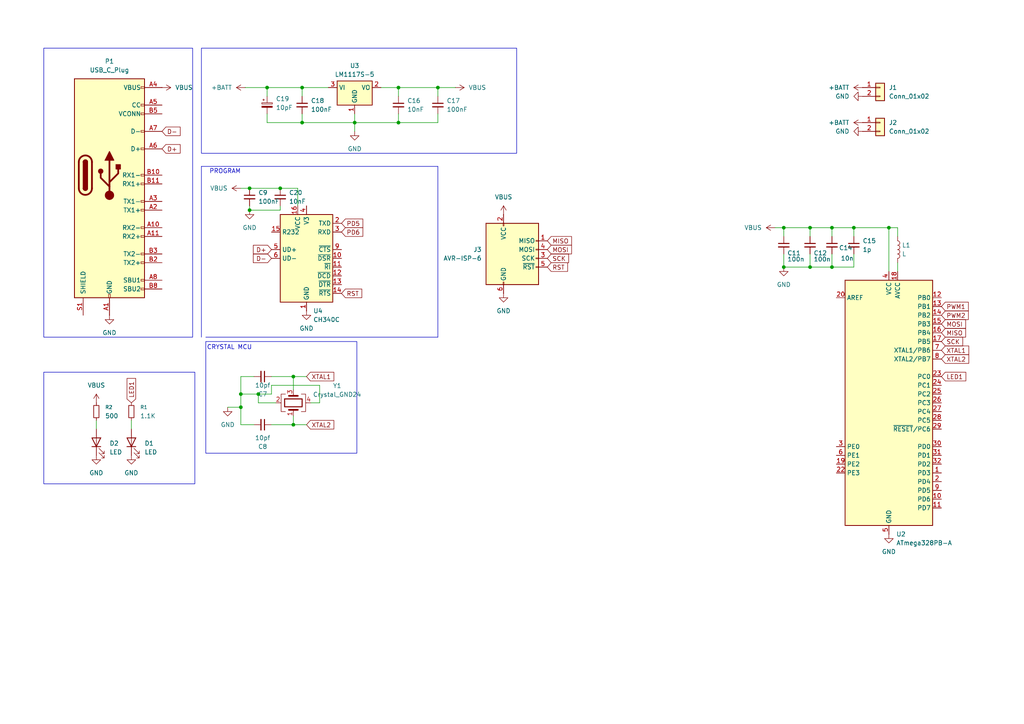
<source format=kicad_sch>
(kicad_sch (version 20250114) (generator "eeschema") (generator_version "9.0")
  (paper "A4")
  (lib_symbols
    (symbol "Connector:AVR-ISP-6" (pin_names (offset 1.016))
      (property "Reference" "J" (at -6.35 11.43 0))
      (property "Value" "AVR-ISP-6" (at 0 11.43 0))
      (symbol "AVR-ISP-6_0_1"
        (rectangle (start -2.667 10.16) (end -2.413 9.398))
        (rectangle (start -2.667 -6.858) (end -2.413 -7.62))
        (rectangle (start 7.62 10.16) (end -7.62 -7.62) (stroke (width 0.254)) (fill (type background)))
        (rectangle (start 7.62 5.207) (end 6.858 4.953))
        (rectangle (start 7.62 2.667) (end 6.858 2.413))
        (rectangle (start 7.62 0.127) (end 6.858 -0.127))
        (rectangle (start 7.62 -2.413) (end 6.858 -2.667))
      )
      (symbol "AVR-ISP-6_1_1"
        (pin passive line (at -2.54 12.7 270) (length 2.54) (name "VCC") (number "2"))
        (pin passive line (at -2.54 -10.16 90) (length 2.54) (name "GND") (number "6"))
        (pin passive line (at 10.16 5.08 180) (length 2.54) (name "MISO") (number "1"))
        (pin passive line (at 10.16 2.54 180) (length 2.54) (name "MOSI") (number "4"))
        (pin passive line (at 10.16 0 180) (length 2.54) (name "SCK") (number "3"))
        (pin passive line (at 10.16 -2.54 180) (length 2.54) (name "~{RST}") (number "5"))
      )
    )
    (symbol "Connector:USB_C_Plug" (pin_names (offset 1.016))
      (property "Reference" "P" (at -10.16 29.21 0))
      (property "Value" "USB_C_Plug" (at 10.16 29.21 0))
      (symbol "USB_C_Plug_0_0"
        (rectangle (start -0.254 -35.56) (end 0.254 -34.544))
        (rectangle (start 10.16 25.654) (end 9.144 25.146))
        (rectangle (start 10.16 20.574) (end 9.144 20.066))
        (rectangle (start 10.16 18.034) (end 9.144 17.526))
        (rectangle (start 10.16 12.954) (end 9.144 12.446))
        (rectangle (start 10.16 7.874) (end 9.144 7.366))
        (rectangle (start 10.16 0.254) (end 9.144 -0.254))
        (rectangle (start 10.16 -2.286) (end 9.144 -2.794))
        (rectangle (start 10.16 -7.366) (end 9.144 -7.874))
        (rectangle (start 10.16 -9.906) (end 9.144 -10.414))
        (rectangle (start 10.16 -14.986) (end 9.144 -15.494))
        (rectangle (start 10.16 -17.526) (end 9.144 -18.034))
        (rectangle (start 10.16 -22.606) (end 9.144 -23.114))
        (rectangle (start 10.16 -25.146) (end 9.144 -25.654))
        (rectangle (start 10.16 -30.226) (end 9.144 -30.734))
        (rectangle (start 10.16 -32.766) (end 9.144 -33.274))
      )
      (symbol "USB_C_Plug_0_1"
        (rectangle (start -10.16 27.94) (end 10.16 -35.56) (stroke (width 0.254)) (fill (type background)))
        (polyline (pts (xy -8.89 -3.81) (xy -8.89 3.81)) (stroke (width 0.508)))
        (rectangle (start -7.62 -3.81) (end -6.35 3.81) (stroke (width 0.254)) (fill (type outline)))
        (arc (start -7.62 3.81) (mid -6.985 4.4423) (end -6.35 3.81) (stroke (width 0.254)))
        (arc (start -7.62 3.81) (mid -6.985 4.4423) (end -6.35 3.81) (stroke (width 0.254)) (fill (type outline)))
        (arc (start -8.89 3.81) (mid -6.985 5.7067) (end -5.08 3.81) (stroke (width 0.508)))
        (arc (start -5.08 -3.81) (mid -6.985 -5.7067) (end -8.89 -3.81) (stroke (width 0.508)))
        (arc (start -6.35 -3.81) (mid -6.985 -4.4423) (end -7.62 -3.81) (stroke (width 0.254)))
        (arc (start -6.35 -3.81) (mid -6.985 -4.4423) (end -7.62 -3.81) (stroke (width 0.254)) (fill (type outline)))
        (polyline (pts (xy -5.08 3.81) (xy -5.08 -3.81)) (stroke (width 0.508)))
      )
      (symbol "USB_C_Plug_1_1"
        (circle (center -2.54 1.143) (radius 0.635) (stroke (width 0.254)) (fill (type outline)))
        (polyline (pts (xy -1.27 4.318) (xy 0 6.858) (xy 1.27 4.318) (xy -1.27 4.318)) (stroke (width 0.254)) (fill (type outline)))
        (polyline (pts (xy 0 -2.032) (xy 2.54 0.508) (xy 2.54 1.778)) (stroke (width 0.508)))
        (polyline (pts (xy 0 -3.302) (xy -2.54 -0.762) (xy -2.54 0.508)) (stroke (width 0.508)))
        (polyline (pts (xy 0 -5.842) (xy 0 4.318)) (stroke (width 0.508)))
        (circle (center 0 -5.842) (radius 1.27) (fill (type outline)))
        (rectangle (start 1.905 1.778) (end 3.175 3.048) (stroke (width 0.254)) (fill (type outline)))
        (pin passive line (at -7.62 -40.64 90) (length 5.08) (name "SHIELD") (number "S1"))
        (pin passive line (at 0 -40.64 90) (length 5.08) (name "GND") (number "A1"))
        (pin passive line (at 0 -40.64 90) (length 5.08) (hide yes) (name "GND") (number "A12"))
        (pin passive line (at 0 -40.64 90) (length 5.08) (hide yes) (name "GND") (number "B1"))
        (pin passive line (at 0 -40.64 90) (length 5.08) (hide yes) (name "GND") (number "B12"))
        (pin passive line (at 15.24 25.4 180) (length 5.08) (name "VBUS") (number "A4"))
        (pin passive line (at 15.24 25.4 180) (length 5.08) (hide yes) (name "VBUS") (number "A9"))
        (pin passive line (at 15.24 25.4 180) (length 5.08) (hide yes) (name "VBUS") (number "B4"))
        (pin passive line (at 15.24 25.4 180) (length 5.08) (hide yes) (name "VBUS") (number "B9"))
        (pin bidirectional line (at 15.24 20.32 180) (length 5.08) (name "CC") (number "A5"))
        (pin bidirectional line (at 15.24 17.78 180) (length 5.08) (name "VCONN") (number "B5"))
        (pin bidirectional line (at 15.24 12.7 180) (length 5.08) (name "D-") (number "A7"))
        (pin bidirectional line (at 15.24 7.62 180) (length 5.08) (name "D+") (number "A6"))
        (pin bidirectional line (at 15.24 0 180) (length 5.08) (name "RX1-") (number "B10"))
        (pin bidirectional line (at 15.24 -2.54 180) (length 5.08) (name "RX1+") (number "B11"))
        (pin bidirectional line (at 15.24 -7.62 180) (length 5.08) (name "TX1-") (number "A3"))
        (pin bidirectional line (at 15.24 -10.16 180) (length 5.08) (name "TX1+") (number "A2"))
        (pin bidirectional line (at 15.24 -15.24 180) (length 5.08) (name "RX2-") (number "A10"))
        (pin bidirectional line (at 15.24 -17.78 180) (length 5.08) (name "RX2+") (number "A11"))
        (pin bidirectional line (at 15.24 -22.86 180) (length 5.08) (name "TX2-") (number "B3"))
        (pin bidirectional line (at 15.24 -25.4 180) (length 5.08) (name "TX2+") (number "B2"))
        (pin bidirectional line (at 15.24 -30.48 180) (length 5.08) (name "SBU1") (number "A8"))
        (pin bidirectional line (at 15.24 -33.02 180) (length 5.08) (name "SBU2") (number "B8"))
      )
    )
    (symbol "Connector_Generic:Conn_01x02" (pin_names (offset 1.016) (hide yes))
      (property "Reference" "J" (at 0 2.54 0))
      (property "Value" "Conn_01x02" (at 0 -5.08 0))
      (symbol "Conn_01x02_1_1"
        (rectangle (start -1.27 1.27) (end 1.27 -3.81) (stroke (width 0.254)) (fill (type background)))
        (rectangle (start -1.27 0.127) (end 0 -0.127) (stroke (width 0.1524)))
        (rectangle (start -1.27 -2.413) (end 0 -2.667) (stroke (width 0.1524)))
        (pin passive line (at -5.08 0 0) (length 3.81) (name "Pin_1") (number "1"))
        (pin passive line (at -5.08 -2.54 0) (length 3.81) (name "Pin_2") (number "2"))
      )
    )
    (symbol "Device:C_Polarized_Small" (pin_numbers (hide yes)) (pin_names (offset 0.254) (hide yes))
      (property "Reference" "C" (at 0.254 1.778 0))
      (property "Value" "C_Polarized_Small" (at 0.254 -2.032 0))
      (symbol "C_Polarized_Small_0_1"
        (rectangle (start -1.524 0.6858) (end 1.524 0.3048))
        (rectangle (start -1.524 -0.3048) (end 1.524 -0.6858) (fill (type outline)))
        (polyline (pts (xy -1.27 1.524) (xy -0.762 1.524)))
        (polyline (pts (xy -1.016 1.27) (xy -1.016 1.778)))
      )
      (symbol "C_Polarized_Small_1_1"
        (pin passive line (at 0 2.54 270) (length 1.8542) (name "~") (number "1"))
        (pin passive line (at 0 -2.54 90) (length 1.8542) (name "~") (number "2"))
      )
    )
    (symbol "Device:C_Small" (pin_numbers (hide yes)) (pin_names (offset 0.254) (hide yes))
      (property "Reference" "C" (at 0.254 1.778 0))
      (property "Value" "C_Small" (at 0.254 -2.032 0))
      (symbol "C_Small_0_1"
        (polyline (pts (xy -1.524 0.508) (xy 1.524 0.508)) (stroke (width 0.3048)))
        (polyline (pts (xy -1.524 -0.508) (xy 1.524 -0.508)) (stroke (width 0.3302)))
      )
      (symbol "C_Small_1_1"
        (pin passive line (at 0 2.54 270) (length 2.032) (name "~") (number "1"))
        (pin passive line (at 0 -2.54 90) (length 2.032) (name "~") (number "2"))
      )
    )
    (symbol "Device:Crystal_GND24" (pin_names (offset 1.016) (hide yes))
      (property "Reference" "Y" (at 3.175 5.08 0))
      (property "Value" "Crystal_GND24" (at 3.175 3.175 0))
      (symbol "Crystal_GND24_0_1"
        (polyline (pts (xy -2.54 2.286) (xy -2.54 3.556) (xy 2.54 3.556) (xy 2.54 2.286)))
        (polyline (pts (xy -2.54 0) (xy -2.032 0)))
        (polyline (pts (xy -2.54 -2.286) (xy -2.54 -3.556) (xy 2.54 -3.556) (xy 2.54 -2.286)))
        (polyline (pts (xy -2.032 -1.27) (xy -2.032 1.27)) (stroke (width 0.508)))
        (rectangle (start -1.143 2.54) (end 1.143 -2.54) (stroke (width 0.3048)))
        (polyline (pts (xy 0 3.556) (xy 0 3.81)))
        (polyline (pts (xy 0 -3.81) (xy 0 -3.556)))
        (polyline (pts (xy 2.032 0) (xy 2.54 0)))
        (polyline (pts (xy 2.032 -1.27) (xy 2.032 1.27)) (stroke (width 0.508)))
      )
      (symbol "Crystal_GND24_1_1"
        (pin passive line (at -3.81 0 0) (length 1.27) (name "1") (number "1"))
        (pin passive line (at 0 5.08 270) (length 1.27) (name "2") (number "2"))
        (pin passive line (at 0 -5.08 90) (length 1.27) (name "4") (number "4"))
        (pin passive line (at 3.81 0 180) (length 1.27) (name "3") (number "3"))
      )
    )
    (symbol "Device:L" (pin_numbers (hide yes)) (pin_names (offset 1.016) (hide yes))
      (property "Reference" "L" (at -1.27 0 90))
      (property "Value" "L" (at 1.905 0 90))
      (symbol "L_0_1"
        (arc (start 0 2.54) (mid 0.6323 1.905) (end 0 1.27))
        (arc (start 0 1.27) (mid 0.6323 0.635) (end 0 0))
        (arc (start 0 0) (mid 0.6323 -0.635) (end 0 -1.27))
        (arc (start 0 -1.27) (mid 0.6323 -1.905) (end 0 -2.54))
      )
      (symbol "L_1_1"
        (pin passive line (at 0 3.81 270) (length 1.27) (name "1") (number "1"))
        (pin passive line (at 0 -3.81 90) (length 1.27) (name "2") (number "2"))
      )
    )
    (symbol "Device:LED" (pin_numbers (hide yes)) (pin_names (offset 1.016) (hide yes))
      (property "Reference" "D" (at 0 2.54 0))
      (property "Value" "LED" (at 0 -2.54 0))
      (symbol "LED_0_1"
        (polyline (pts (xy -3.048 -0.762) (xy -4.572 -2.286) (xy -3.81 -2.286) (xy -4.572 -2.286) (xy -4.572 -1.524)))
        (polyline (pts (xy -1.778 -0.762) (xy -3.302 -2.286) (xy -2.54 -2.286) (xy -3.302 -2.286) (xy -3.302 -1.524)))
        (polyline (pts (xy -1.27 0) (xy 1.27 0)))
        (polyline (pts (xy -1.27 -1.27) (xy -1.27 1.27)) (stroke (width 0.254)))
        (polyline (pts (xy 1.27 -1.27) (xy 1.27 1.27) (xy -1.27 0) (xy 1.27 -1.27)) (stroke (width 0.254)))
      )
      (symbol "LED_1_1"
        (pin passive line (at -3.81 0 0) (length 2.54) (name "K") (number "1"))
        (pin passive line (at 3.81 0 180) (length 2.54) (name "A") (number "2"))
      )
    )
    (symbol "Device:R_Small" (pin_numbers (hide yes)) (pin_names (offset 0.254) (hide yes))
      (property "Reference" "R" (at 0 0 90))
      (property "Value" "R_Small" (at 1.778 0 90))
      (symbol "R_Small_0_1"
        (rectangle (start -0.762 1.778) (end 0.762 -1.778) (stroke (width 0.2032)))
      )
      (symbol "R_Small_1_1"
        (pin passive line (at 0 2.54 270) (length 0.762) (name "~") (number "1"))
        (pin passive line (at 0 -2.54 90) (length 0.762) (name "~") (number "2"))
      )
    )
    (symbol "Interface_USB:CH340C"
      (property "Reference" "U" (at -5.08 13.97 0))
      (property "Value" "CH340C" (at 1.27 13.97 0))
      (symbol "CH340C_0_1"
        (rectangle (start -7.62 12.7) (end 7.62 -12.7) (stroke (width 0.254)) (fill (type background)))
      )
      (symbol "CH340C_1_1"
        (pin input line (at -10.16 7.62 0) (length 2.54) (name "R232") (number "15"))
        (pin bidirectional line (at -10.16 2.54 0) (length 2.54) (name "UD+") (number "5"))
        (pin bidirectional line (at -10.16 0 0) (length 2.54) (name "UD-") (number "6"))
        (pin no_connect line (at -7.62 -5.08 0) (length 2.54) (hide yes) (name "NC") (number "7"))
        (pin no_connect line (at -7.62 -7.62 0) (length 2.54) (hide yes) (name "NC") (number "8"))
        (pin power_in line (at -2.54 15.24 270) (length 2.54) (name "VCC") (number "16"))
        (pin power_out line (at 0 15.24 270) (length 2.54) (name "V3") (number "4"))
        (pin power_in line (at 0 -15.24 90) (length 2.54) (name "GND") (number "1"))
        (pin output line (at 10.16 10.16 180) (length 2.54) (name "TXD") (number "2"))
        (pin input line (at 10.16 7.62 180) (length 2.54) (name "RXD") (number "3"))
        (pin input line (at 10.16 2.54 180) (length 2.54) (name "~{CTS}") (number "9"))
        (pin input line (at 10.16 0 180) (length 2.54) (name "~{DSR}") (number "10"))
        (pin input line (at 10.16 -2.54 180) (length 2.54) (name "~{RI}") (number "11"))
        (pin input line (at 10.16 -5.08 180) (length 2.54) (name "~{DCD}") (number "12"))
        (pin output line (at 10.16 -7.62 180) (length 2.54) (name "~{DTR}") (number "13"))
        (pin output line (at 10.16 -10.16 180) (length 2.54) (name "~{RTS}") (number "14"))
      )
    )
    (symbol "MCU_Microchip_ATmega:ATmega328PB-A"
      (property "Reference" "U" (at -12.7 36.83 0))
      (property "Value" "ATmega328PB-A" (at 2.54 -36.83 0))
      (symbol "ATmega328PB-A_0_1"
        (rectangle (start -12.7 -35.56) (end 12.7 35.56) (stroke (width 0.254)) (fill (type background)))
      )
      (symbol "ATmega328PB-A_1_1"
        (pin passive line (at -15.24 30.48 0) (length 2.54) (name "AREF") (number "20"))
        (pin bidirectional line (at -15.24 -12.7 0) (length 2.54) (name "PE0") (number "3"))
        (pin bidirectional line (at -15.24 -15.24 0) (length 2.54) (name "PE1") (number "6"))
        (pin bidirectional line (at -15.24 -17.78 0) (length 2.54) (name "PE2") (number "19"))
        (pin bidirectional line (at -15.24 -20.32 0) (length 2.54) (name "PE3") (number "22"))
        (pin power_in line (at 0 38.1 270) (length 2.54) (name "VCC") (number "4"))
        (pin passive line (at 0 -38.1 90) (length 2.54) (hide yes) (name "GND") (number "21"))
        (pin power_in line (at 0 -38.1 90) (length 2.54) (name "GND") (number "5"))
        (pin power_in line (at 2.54 38.1 270) (length 2.54) (name "AVCC") (number "18"))
        (pin bidirectional line (at 15.24 30.48 180) (length 2.54) (name "PB0") (number "12"))
        (pin bidirectional line (at 15.24 27.94 180) (length 2.54) (name "PB1") (number "13"))
        (pin bidirectional line (at 15.24 25.4 180) (length 2.54) (name "PB2") (number "14"))
        (pin bidirectional line (at 15.24 22.86 180) (length 2.54) (name "PB3") (number "15"))
        (pin bidirectional line (at 15.24 20.32 180) (length 2.54) (name "PB4") (number "16"))
        (pin bidirectional line (at 15.24 17.78 180) (length 2.54) (name "PB5") (number "17"))
        (pin bidirectional line (at 15.24 15.24 180) (length 2.54) (name "XTAL1/PB6") (number "7"))
        (pin bidirectional line (at 15.24 12.7 180) (length 2.54) (name "XTAL2/PB7") (number "8"))
        (pin bidirectional line (at 15.24 7.62 180) (length 2.54) (name "PC0") (number "23"))
        (pin bidirectional line (at 15.24 5.08 180) (length 2.54) (name "PC1") (number "24"))
        (pin bidirectional line (at 15.24 2.54 180) (length 2.54) (name "PC2") (number "25"))
        (pin bidirectional line (at 15.24 0 180) (length 2.54) (name "PC3") (number "26"))
        (pin bidirectional line (at 15.24 -2.54 180) (length 2.54) (name "PC4") (number "27"))
        (pin bidirectional line (at 15.24 -5.08 180) (length 2.54) (name "PC5") (number "28"))
        (pin bidirectional line (at 15.24 -7.62 180) (length 2.54) (name "~{RESET}/PC6") (number "29"))
        (pin bidirectional line (at 15.24 -12.7 180) (length 2.54) (name "PD0") (number "30"))
        (pin bidirectional line (at 15.24 -15.24 180) (length 2.54) (name "PD1") (number "31"))
        (pin bidirectional line (at 15.24 -17.78 180) (length 2.54) (name "PD2") (number "32"))
        (pin bidirectional line (at 15.24 -20.32 180) (length 2.54) (name "PD3") (number "1"))
        (pin bidirectional line (at 15.24 -22.86 180) (length 2.54) (name "PD4") (number "2"))
        (pin bidirectional line (at 15.24 -25.4 180) (length 2.54) (name "PD5") (number "9"))
        (pin bidirectional line (at 15.24 -27.94 180) (length 2.54) (name "PD6") (number "10"))
        (pin bidirectional line (at 15.24 -30.48 180) (length 2.54) (name "PD7") (number "11"))
      )
    )
    (symbol "Regulator_Linear:LM1117S-3.3"
      (property "Reference" "U" (at -3.81 3.175 0))
      (property "Value" "LM1117S-3.3" (at 0 3.175 0))
      (symbol "LM1117S-3.3_0_1"
        (rectangle (start -5.08 -5.08) (end 5.08 1.905) (stroke (width 0.254)) (fill (type background)))
      )
      (symbol "LM1117S-3.3_1_1"
        (pin power_in line (at -7.62 0 0) (length 2.54) (name "VI") (number "3"))
        (pin power_in line (at 0 -7.62 90) (length 2.54) (name "GND") (number "1"))
        (pin power_out line (at 7.62 0 180) (length 2.54) (name "VO") (number "2"))
      )
    )
    (symbol "power:+BATT" (power) (pin_numbers (hide yes)) (pin_names (offset 0) (hide yes))
      (property "Value" "+BATT" (at 0 3.556 0))
      (symbol "+BATT_0_1"
        (polyline (pts (xy -0.762 1.27) (xy 0 2.54)))
        (polyline (pts (xy 0 2.54) (xy 0.762 1.27)))
        (polyline (pts (xy 0 0) (xy 0 2.54)))
      )
      (symbol "+BATT_1_1"
        (pin power_in line (at 0 0 90) (length 0) (name "~") (number "1"))
      )
    )
    (symbol "power:GND" (power) (pin_numbers (hide yes)) (pin_names (offset 0) (hide yes))
      (property "Value" "GND" (at 0 -3.81 0))
      (symbol "GND_0_1"
        (polyline (pts (xy 0 0) (xy 0 -1.27) (xy 1.27 -1.27) (xy 0 -2.54) (xy -1.27 -1.27) (xy 0 -1.27)))
      )
      (symbol "GND_1_1"
        (pin power_in line (at 0 0 270) (length 0) (name "~") (number "1"))
      )
    )
    (symbol "power:VBUS" (power) (pin_numbers (hide yes)) (pin_names (offset 0) (hide yes))
      (property "Value" "VBUS" (at 0 3.556 0))
      (symbol "VBUS_0_1"
        (polyline (pts (xy -0.762 1.27) (xy 0 2.54)))
        (polyline (pts (xy 0 2.54) (xy 0.762 1.27)))
        (polyline (pts (xy 0 0) (xy 0 2.54)))
      )
      (symbol "VBUS_1_1"
        (pin power_in line (at 0 0 90) (length 0) (name "~") (number "1"))
      )
    )
  )
  (rectangle (start 12.7 107.95) (end 56.515 140.335))
  (rectangle (start 58.42 13.97) (end 149.86 44.45))
  (rectangle (start 59.69 99.06) (end 103.505 131.445))
  (rectangle (start 12.7 13.97) (end 55.88 97.79))
  (text "PROGRAM" (at 60.706 50.546 0) (effects (font (size 1.27 1.27)) (justify left bottom)))
  (text "CRYSTAL MCU" (at 66.548 100.838 0) (effects (font (size 1.27 1.27))))
  (junction (at 241.3 77.47))
  (junction (at 72.39 54.61))
  (junction (at 87.63 25.4))
  (junction (at 85.09 123.19))
  (junction (at 115.57 35.56))
  (junction (at 72.39 60.96))
  (junction (at 127 25.4))
  (junction (at 234.95 66.04))
  (junction (at 227.33 66.04))
  (junction (at 102.87 35.56))
  (junction (at 247.65 66.04))
  (junction (at 69.85 118.11))
  (junction (at 227.33 77.47))
  (junction (at 115.57 25.4))
  (junction (at 257.81 66.04))
  (junction (at 234.95 77.47))
  (junction (at 77.47 25.4))
  (junction (at 241.3 66.04))
  (junction (at 85.09 109.22))
  (junction (at 87.63 35.56))
  (junction (at 81.28 54.61))
  (junction (at 69.85 114.3))
  (junction (at 74.93 114.3))
  (wire (pts (xy 27.94 121.92) (xy 27.94 124.46)))
  (polyline (pts (xy 127 97.79) (xy 127 48.26)))
  (wire (pts (xy 224.79 66.04) (xy 227.33 66.04)))
  (wire (pts (xy 247.65 66.04) (xy 257.81 66.04)))
  (wire (pts (xy 247.65 66.04) (xy 247.65 68.58)))
  (wire (pts (xy 78.74 111.76) (xy 78.74 114.3)))
  (wire (pts (xy 38.1 121.92) (xy 38.1 124.46)))
  (wire (pts (xy 227.33 77.47) (xy 234.95 77.47)))
  (wire (pts (xy 241.3 73.66) (xy 241.3 77.47)))
  (wire (pts (xy 77.47 33.02) (xy 77.47 35.56)))
  (wire (pts (xy 115.57 25.4) (xy 115.57 27.94)))
  (wire (pts (xy 73.66 123.19) (xy 69.85 123.19)))
  (wire (pts (xy 85.09 123.19) (xy 88.9 123.19)))
  (wire (pts (xy 260.35 68.58) (xy 260.35 66.04)))
  (wire (pts (xy 81.28 54.61) (xy 86.36 54.61)))
  (wire (pts (xy 127 33.02) (xy 127 35.56)))
  (wire (pts (xy 241.3 66.04) (xy 247.65 66.04)))
  (wire (pts (xy 69.85 109.22) (xy 73.66 109.22)))
  (wire (pts (xy 110.49 25.4) (xy 115.57 25.4)))
  (wire (pts (xy 81.28 60.96) (xy 72.39 60.96)))
  (wire (pts (xy 115.57 35.56) (xy 102.87 35.56)))
  (wire (pts (xy 127 25.4) (xy 127 27.94)))
  (polyline (pts (xy 127 48.26) (xy 58.42 48.26)))
  (wire (pts (xy 87.63 27.94) (xy 87.63 25.4)))
  (wire (pts (xy 227.33 66.04) (xy 234.95 66.04)))
  (wire (pts (xy 69.85 109.22) (xy 69.85 114.3)))
  (wire (pts (xy 71.12 25.4) (xy 77.47 25.4)))
  (wire (pts (xy 115.57 35.56) (xy 127 35.56)))
  (wire (pts (xy 74.93 114.3) (xy 69.85 114.3)))
  (wire (pts (xy 78.74 114.3) (xy 74.93 114.3)))
  (wire (pts (xy 69.85 54.61) (xy 72.39 54.61)))
  (wire (pts (xy 257.81 66.04) (xy 260.35 66.04)))
  (wire (pts (xy 86.36 59.69) (xy 86.36 54.61)))
  (wire (pts (xy 69.85 123.19) (xy 69.85 118.11)))
  (wire (pts (xy 234.95 77.47) (xy 241.3 77.47)))
  (wire (pts (xy 247.65 73.66) (xy 247.65 77.47)))
  (wire (pts (xy 260.35 76.2) (xy 260.35 78.74)))
  (wire (pts (xy 227.33 66.04) (xy 227.33 68.58)))
  (wire (pts (xy 241.3 77.47) (xy 247.65 77.47)))
  (wire (pts (xy 72.39 60.96) (xy 72.39 59.69)))
  (wire (pts (xy 127 25.4) (xy 132.08 25.4)))
  (polyline (pts (xy 58.42 48.26) (xy 58.42 97.79)))
  (wire (pts (xy 234.95 66.04) (xy 234.95 68.58)))
  (wire (pts (xy 87.63 35.56) (xy 102.87 35.56)))
  (wire (pts (xy 81.28 59.69) (xy 81.28 60.96)))
  (wire (pts (xy 85.09 109.22) (xy 85.09 113.03)))
  (wire (pts (xy 69.85 118.11) (xy 66.04 118.11)))
  (wire (pts (xy 69.85 114.3) (xy 69.85 118.11)))
  (wire (pts (xy 72.39 54.61) (xy 81.28 54.61)))
  (wire (pts (xy 78.74 123.19) (xy 85.09 123.19)))
  (wire (pts (xy 87.63 25.4) (xy 95.25 25.4)))
  (wire (pts (xy 78.74 109.22) (xy 85.09 109.22)))
  (wire (pts (xy 74.93 116.84) (xy 74.93 114.3)))
  (wire (pts (xy 85.09 109.22) (xy 88.9 109.22)))
  (wire (pts (xy 234.95 66.04) (xy 241.3 66.04)))
  (wire (pts (xy 92.71 111.76) (xy 78.74 111.76)))
  (wire (pts (xy 115.57 25.4) (xy 127 25.4)))
  (wire (pts (xy 77.47 25.4) (xy 87.63 25.4)))
  (wire (pts (xy 77.47 35.56) (xy 87.63 35.56)))
  (wire (pts (xy 102.87 35.56) (xy 102.87 38.1)))
  (wire (pts (xy 115.57 33.02) (xy 115.57 35.56)))
  (wire (pts (xy 92.71 116.84) (xy 92.71 111.76)))
  (wire (pts (xy 257.81 78.74) (xy 257.81 66.04)))
  (wire (pts (xy 241.3 66.04) (xy 241.3 68.58)))
  (wire (pts (xy 87.63 33.02) (xy 87.63 35.56)))
  (wire (pts (xy 80.01 116.84) (xy 74.93 116.84)))
  (wire (pts (xy 234.95 73.66) (xy 234.95 77.47)))
  (wire (pts (xy 102.87 35.56) (xy 102.87 33.02)))
  (wire (pts (xy 77.47 27.94) (xy 77.47 25.4)))
  (wire (pts (xy 90.17 116.84) (xy 92.71 116.84)))
  (wire (pts (xy 227.33 73.66) (xy 227.33 77.47)))
  (polyline (pts (xy 59.69 97.79) (xy 127 97.79)))
  (wire (pts (xy 85.09 120.65) (xy 85.09 123.19)))
  (global_label "PD5" (shape input) (at 99.06 64.77 0) (property "Intersheetrefs" "${INTERSHEET_REFS}" (effects (hide yes))))
  (global_label "RST" (shape input) (at 158.75 77.47 0) (property "Intersheetrefs" "${INTERSHEET_REFS}" (effects (hide yes))))
  (global_label "D-" (shape input) (at 78.74 74.93 180) (property "Intersheetrefs" "${INTERSHEET_REFS}" (effects (hide yes))))
  (global_label "XTAL1" (shape input) (at 273.05 101.6 0) (property "Intersheetrefs" "${INTERSHEET_REFS}" (effects (hide yes))))
  (global_label "MOSI" (shape input) (at 158.75 72.39 0) (property "Intersheetrefs" "${INTERSHEET_REFS}" (effects (hide yes))))
  (global_label "MOSI" (shape input) (at 273.05 93.98 0) (property "Intersheetrefs" "${INTERSHEET_REFS}" (effects (hide yes))))
  (global_label "PD6" (shape input) (at 99.06 67.31 0) (property "Intersheetrefs" "${INTERSHEET_REFS}" (effects (hide yes))))
  (global_label "XTAL1" (shape input) (at 88.9 109.22 0) (property "Intersheetrefs" "${INTERSHEET_REFS}" (effects (hide yes))))
  (global_label "MISO" (shape input) (at 158.75 69.85 0) (property "Intersheetrefs" "${INTERSHEET_REFS}" (effects (hide yes))))
  (global_label "D-" (shape input) (at 46.99 38.1 0) (property "Intersheetrefs" "${INTERSHEET_REFS}" (effects (hide yes))))
  (global_label "D+" (shape input) (at 78.74 72.39 180) (property "Intersheetrefs" "${INTERSHEET_REFS}" (effects (hide yes))))
  (global_label "SCK" (shape input) (at 158.75 74.93 0) (property "Intersheetrefs" "${INTERSHEET_REFS}" (effects (hide yes))))
  (global_label "XTAL2" (shape input) (at 273.05 104.14 0) (property "Intersheetrefs" "${INTERSHEET_REFS}" (effects (hide yes))))
  (global_label "D+" (shape input) (at 46.99 43.18 0) (property "Intersheetrefs" "${INTERSHEET_REFS}" (effects (hide yes))))
  (global_label "LED1" (shape input) (at 273.05 109.22 0) (property "Intersheetrefs" "${INTERSHEET_REFS}" (effects (hide yes))))
  (global_label "SCK" (shape input) (at 273.05 99.06 0) (property "Intersheetrefs" "${INTERSHEET_REFS}" (effects (hide yes))))
  (global_label "MISO" (shape input) (at 273.05 96.52 0) (property "Intersheetrefs" "${INTERSHEET_REFS}" (effects (hide yes))))
  (global_label "PWM1" (shape input) (at 273.05 88.9 0) (property "Intersheetrefs" "${INTERSHEET_REFS}" (effects (hide yes))))
  (global_label "XTAL2" (shape input) (at 88.9 123.19 0) (property "Intersheetrefs" "${INTERSHEET_REFS}" (effects (hide yes))))
  (global_label "LED1" (shape input) (at 38.1 116.84 90) (property "Intersheetrefs" "${INTERSHEET_REFS}" (effects (hide yes))))
  (global_label "RST" (shape input) (at 99.06 85.09 0) (property "Intersheetrefs" "${INTERSHEET_REFS}" (effects (hide yes))))
  (global_label "PWM2" (shape input) (at 273.05 91.44 0) (property "Intersheetrefs" "${INTERSHEET_REFS}" (effects (hide yes))))
  (symbol (lib_id "power:GND") (at 250.19 38.1 270) (unit 1)
    (property "Reference" "#PWR015" (effects (hide yes)))
    (property "Value" "GND" (at 246.38 38.0999 90) (effects (justify right)))
    (property "Description" "Power symbol creates a global label with name \"GND\" , ground" (effects (hide yes)))
  )
  (symbol (lib_id "power:GND") (at 102.87 38.1 0) (unit 1)
    (property "Reference" "#PWR0101" (effects (hide yes)))
    (property "Value" "GND" (at 102.87 43.18 0))
    (property "Description" "Power symbol creates a global label with name \"GND\" , ground" (effects (hide yes)))
  )
  (symbol (lib_id "Device:C_Small") (at 81.28 57.15 0) (unit 1)
    (property "Reference" "C20" (at 83.82 55.8862 0) (effects (justify left)))
    (property "Value" "10nF" (at 83.82 58.4262 0) (effects (justify left)))
    (property "Footprint" "Capacitor_SMD:C_0603_1608Metric" (effects (hide yes)))
    (property "Description" "Unpolarized capacitor, small symbol" (effects (hide yes)))
  )
  (symbol (lib_id "Connector:USB_C_Plug") (at 31.75 50.8 0) (unit 1)
    (property "Reference" "P1" (at 31.75 17.78 0))
    (property "Value" "USB_C_Plug" (at 31.75 20.32 0))
    (property "Footprint" "Connector_USB:USB_C_Receptacle_GCT_USB4105-xx-A_16P_TopMnt_Horizontal" (effects (hide yes)))
    (property "Datasheet" "https://www.usb.org/sites/default/files/documents/usb_type-c.zip" (effects (hide yes)))
    (property "Description" "USB Type-C Plug connector" (effects (hide yes)))
  )
  (symbol (lib_id "power:GND") (at 257.81 154.94 0) (unit 1)
    (property "Reference" "#PWR02" (effects (hide yes)))
    (property "Value" "GND" (at 257.81 160.02 0))
    (property "Description" "Power symbol creates a global label with name \"GND\" , ground" (effects (hide yes)))
  )
  (symbol (lib_id "Device:C_Small") (at 247.65 71.12 0) (unit 1)
    (property "Reference" "C15" (at 250.19 69.8562 0) (effects (justify left)))
    (property "Value" "1p" (at 250.19 72.3962 0) (effects (justify left)))
    (property "Footprint" "Capacitor_SMD:C_0603_1608Metric" (effects (hide yes)))
    (property "Description" "Unpolarized capacitor, small symbol" (effects (hide yes)))
  )
  (symbol (lib_id "Device:C_Small") (at 87.63 30.48 0) (unit 1)
    (property "Reference" "C18" (at 90.17 29.2162 0) (effects (justify left)))
    (property "Value" "100nF" (at 90.17 31.7562 0) (effects (justify left)))
    (property "Footprint" "Capacitor_SMD:C_0603_1608Metric" (effects (hide yes)))
    (property "Description" "Unpolarized capacitor, small symbol" (effects (hide yes)))
  )
  (symbol (lib_id "power:GND") (at 250.19 27.94 270) (unit 1)
    (property "Reference" "#PWR014" (effects (hide yes)))
    (property "Value" "GND" (at 246.38 27.9399 90) (effects (justify right)))
    (property "Description" "Power symbol creates a global label with name \"GND\" , ground" (effects (hide yes)))
  )
  (symbol (lib_id "power:GND") (at 88.9 90.17 0) (unit 1)
    (property "Reference" "#PWR019" (effects (hide yes)))
    (property "Value" "GND" (at 88.9 95.25 0))
  )
  (symbol (lib_id "Device:Crystal_GND24") (at 85.09 116.84 90) (unit 1)
    (property "Reference" "Y1" (at 97.79 111.8868 90))
    (property "Value" "Crystal_GND24" (at 97.79 114.4268 90))
    (property "Footprint" "Crystal:Crystal_SMD_3225-4Pin_3.2x2.5mm" (effects (hide yes)))
    (property "Description" "Four pin crystal, GND on pins 2 and 4" (effects (hide yes)))
  )
  (symbol (lib_id "MCU_Microchip_ATmega:ATmega328PB-A") (at 257.81 116.84 0) (unit 1)
    (property "Reference" "U2" (at 259.9533 154.94 0) (effects (justify left)))
    (property "Value" "ATmega328PB-A" (at 259.9533 157.48 0) (effects (justify left)))
    (property "Footprint" "Package_QFP:TQFP-32_7x7mm_P0.8mm" (effects (hide yes)))
    (property "Datasheet" "http://ww1.microchip.com/downloads/en/DeviceDoc/40001906C.pdf" (effects (hide yes)))
    (property "Description" "20MHz, 32kB Flash, 2kB SRAM, 1kB EEPROM, TQFP-32" (effects (hide yes)))
  )
  (symbol (lib_id "power:VBUS") (at 224.79 66.04 90) (unit 1)
    (property "Reference" "#PWR013" (effects (hide yes)))
    (property "Value" "VBUS" (at 220.98 66.0399 90) (effects (justify left)))
    (property "Description" "Power symbol creates a global label with name \"VBUS\"" (effects (hide yes)))
  )
  (symbol (lib_id "power:GND") (at 31.75 91.44 0) (unit 1)
    (property "Reference" "#PWR04" (effects (hide yes)))
    (property "Value" "GND" (at 31.75 96.52 0))
    (property "Description" "Power symbol creates a global label with name \"GND\" , ground" (effects (hide yes)))
  )
  (symbol (lib_id "Device:C_Small") (at 127 30.48 0) (unit 1)
    (property "Reference" "C17" (at 129.54 29.2162 0) (effects (justify left)))
    (property "Value" "100nF" (at 129.54 31.7562 0) (effects (justify left)))
    (property "Footprint" "Capacitor_SMD:C_0603_1608Metric" (effects (hide yes)))
    (property "Description" "Unpolarized capacitor, small symbol" (effects (hide yes)))
  )
  (symbol (lib_id "power:VBUS") (at 146.05 62.23 0) (unit 1)
    (property "Reference" "#PWR016" (effects (hide yes)))
    (property "Value" "VBUS" (at 146.05 57.15 0))
    (property "Description" "Power symbol creates a global label with name \"VBUS\"" (effects (hide yes)))
  )
  (symbol (lib_id "power:VBUS") (at 46.99 25.4 270) (unit 1)
    (property "Reference" "#PWR03" (effects (hide yes)))
    (property "Value" "VBUS" (at 50.8 25.3999 90) (effects (justify left)))
    (property "Description" "Power symbol creates a global label with name \"VBUS\"" (effects (hide yes)))
  )
  (symbol (lib_id "Regulator_Linear:LM1117S-3.3") (at 102.87 25.4 0) (unit 1)
    (property "Reference" "U3" (at 102.87 19.05 0))
    (property "Value" "LM1117S-5" (at 102.87 21.59 0))
    (property "Footprint" "Package_TO_SOT_SMD:SOT-223-3_TabPin2" (effects (hide yes)))
    (property "Datasheet" "http://www.ti.com/lit/ds/symlink/lm1117.pdf" (effects (hide yes)))
    (property "Description" "800mA Low-Dropout Linear Regulator, 3.3V fixed output, TO-263" (effects (hide yes)))
  )
  (symbol (lib_id "Device:C_Small") (at 76.2 109.22 270) (unit 1)
    (property "Reference" "C7" (at 76.2 114.3 90))
    (property "Value" "10pf" (at 76.2 111.76 90))
    (property "Footprint" "Capacitor_SMD:C_0603_1608Metric" (effects (hide yes)))
    (property "LCSC" "C106245" (effects (hide yes)))
  )
  (symbol (lib_id "Device:C_Small") (at 76.2 123.19 270) (unit 1)
    (property "Reference" "C8" (at 76.1937 129.54 90))
    (property "Value" "10pf" (at 76.1937 127 90))
    (property "Footprint" "Capacitor_SMD:C_0603_1608Metric" (effects (hide yes)))
    (property "LCSC" "C106245" (effects (hide yes)))
  )
  (symbol (lib_id "power:+BATT") (at 250.19 35.56 90) (unit 1)
    (property "Reference" "#PWR07" (effects (hide yes)))
    (property "Value" "+BATT" (at 246.38 35.5599 90) (effects (justify left)))
    (property "Description" "Power symbol creates a global label with name \"+BATT\"" (effects (hide yes)))
  )
  (symbol (lib_id "power:VBUS") (at 69.85 54.61 90) (unit 1)
    (property "Reference" "#PWR06" (effects (hide yes)))
    (property "Value" "VBUS" (at 66.04 54.6099 90) (effects (justify left)))
    (property "Description" "Power symbol creates a global label with name \"VBUS\"" (effects (hide yes)))
  )
  (symbol (lib_id "power:GND") (at 38.1 132.08 0) (unit 1)
    (property "Reference" "#PWR010" (effects (hide yes)))
    (property "Value" "GND" (at 38.1 137.16 0))
    (property "Description" "Power symbol creates a global label with name \"GND\" , ground" (effects (hide yes)))
  )
  (symbol (lib_id "power:GND") (at 146.05 85.09 0) (unit 1)
    (property "Reference" "#PWR017" (effects (hide yes)))
    (property "Value" "GND" (at 146.05 90.17 0))
  )
  (symbol (lib_id "Interface_USB:CH340C") (at 88.9 74.93 0) (unit 1)
    (property "Reference" "U4" (at 90.8559 90.17 0) (effects (justify left)))
    (property "Value" "CH340C" (at 90.8559 92.71 0) (effects (justify left)))
    (property "Footprint" "Package_SO:SOIC-16_3.9x9.9mm_P1.27mm" (effects (hide yes)))
    (property "Datasheet" "https://datasheet.lcsc.com/szlcsc/Jiangsu-Qin-Heng-CH340C_C84681.pdf" (effects (hide yes)))
  )
  (symbol (lib_id "power:GND") (at 227.33 77.47 0) (unit 1)
    (property "Reference" "#PWR01" (effects (hide yes)))
    (property "Value" "GND" (at 227.33 82.55 0))
    (property "Description" "Power symbol creates a global label with name \"GND\" , ground" (effects (hide yes)))
  )
  (symbol (lib_id "Connector_Generic:Conn_01x02") (at 255.27 35.56 0) (unit 1)
    (property "Reference" "J2" (at 257.81 35.5599 0) (effects (justify left)))
    (property "Value" "Conn_01x02" (at 257.81 38.0999 0) (effects (justify left)))
    (property "Footprint" "Connector_AMASS:AMASS_XT30U-F_1x02_P5.0mm_Vertical" (effects (hide yes)))
    (property "Description" "Generic connector, single row, 01x02, script generated (kicad-library-utils/schlib/autogen/connector/)" (effects (hide yes)))
  )
  (symbol (lib_id "power:GND") (at 66.04 118.11 0) (unit 1)
    (property "Reference" "#PWR096" (effects (hide yes)))
    (property "Value" "GND" (at 66.04 123.19 0))
  )
  (symbol (lib_id "Device:C_Small") (at 115.57 30.48 0) (unit 1)
    (property "Reference" "C16" (at 118.11 29.2162 0) (effects (justify left)))
    (property "Value" "10nF" (at 118.11 31.7562 0) (effects (justify left)))
    (property "Footprint" "Capacitor_SMD:C_0603_1608Metric" (effects (hide yes)))
    (property "Description" "Unpolarized capacitor, small symbol" (effects (hide yes)))
  )
  (symbol (lib_id "Device:R_Small") (at 38.1 119.38 0) (unit 1)
    (property "Reference" "R1" (at 40.64 118.1099 0) (effects (font (size 1.016 1.016)) (justify left)))
    (property "Value" "1.1K" (at 40.64 120.6499 0) (effects (justify left)))
    (property "Footprint" "Resistor_SMD:R_0603_1608Metric" (effects (hide yes)))
    (property "Description" "Resistor, small symbol" (effects (hide yes)))
  )
  (symbol (lib_id "power:GND") (at 27.94 132.08 0) (unit 1)
    (property "Reference" "#PWR011" (effects (hide yes)))
    (property "Value" "GND" (at 27.94 137.16 0))
    (property "Description" "Power symbol creates a global label with name \"GND\" , ground" (effects (hide yes)))
  )
  (symbol (lib_id "power:+BATT") (at 71.12 25.4 90) (unit 1)
    (property "Reference" "#PWR08" (effects (hide yes)))
    (property "Value" "+BATT" (at 67.31 25.3999 90) (effects (justify left)))
    (property "Description" "Power symbol creates a global label with name \"+BATT\"" (effects (hide yes)))
  )
  (symbol (lib_id "Device:C_Small") (at 241.3 71.12 0) (unit 1)
    (property "Reference" "C14" (at 243.332 71.882 0) (effects (justify left)))
    (property "Value" "10n" (at 243.84 74.93 0) (effects (justify left)))
    (property "Footprint" "Capacitor_SMD:C_0603_1608Metric" (effects (hide yes)))
    (property "Description" "Unpolarized capacitor, small symbol" (effects (hide yes)))
  )
  (symbol (lib_id "Connector:AVR-ISP-6") (at 148.59 74.93 0) (unit 1)
    (property "Reference" "J3" (at 139.7 72.3899 0) (effects (justify right)))
    (property "Value" "AVR-ISP-6" (at 139.7 74.9299 0) (effects (justify right)))
    (property "Footprint" "Connector_PinHeader_2.54mm:PinHeader_2x03_P2.54mm_Vertical" (effects (hide yes)))
    (property "Description" "Atmel 6-pin ISP connector" (effects (hide yes)))
  )
  (symbol (lib_id "power:VBUS") (at 27.94 116.84 0) (unit 1)
    (property "Reference" "#PWR09" (effects (hide yes)))
    (property "Value" "VBUS" (at 27.94 111.76 0))
    (property "Description" "Power symbol creates a global label with name \"VBUS\"" (effects (hide yes)))
  )
  (symbol (lib_id "power:GND") (at 72.39 60.96 0) (unit 1)
    (property "Reference" "#PWR020" (effects (hide yes)))
    (property "Value" "GND" (at 72.39 66.04 0))
    (property "Description" "Power symbol creates a global label with name \"GND\" , ground" (effects (hide yes)))
  )
  (symbol (lib_id "Device:L") (at 260.35 72.39 0) (unit 1)
    (property "Reference" "L1" (at 261.62 71.1199 0) (effects (justify left)))
    (property "Value" "L" (at 261.62 73.6599 0) (effects (justify left)))
    (property "Footprint" "Inductor_SMD:L_0603_1608Metric" (effects (hide yes)))
    (property "Description" "Inductor" (effects (hide yes)))
  )
  (symbol (lib_id "Connector_Generic:Conn_01x02") (at 255.27 25.4 0) (unit 1)
    (property "Reference" "J1" (at 257.81 25.3999 0) (effects (justify left)))
    (property "Value" "Conn_01x02" (at 257.81 27.9399 0) (effects (justify left)))
    (property "Footprint" "Connector_AMASS:AMASS_XT60-F_1x02_P7.20mm_Vertical" (effects (hide yes)))
    (property "Description" "Generic connector, single row, 01x02, script generated (kicad-library-utils/schlib/autogen/connector/)" (effects (hide yes)))
  )
  (symbol (lib_id "Device:R_Small") (at 27.94 119.38 0) (unit 1)
    (property "Reference" "R2" (at 30.48 118.1099 0) (effects (font (size 1.016 1.016)) (justify left)))
    (property "Value" "500" (at 30.48 120.6499 0) (effects (justify left)))
    (property "Footprint" "Resistor_SMD:R_0603_1608Metric" (effects (hide yes)))
    (property "Description" "Resistor, small symbol" (effects (hide yes)))
  )
  (symbol (lib_id "power:+BATT") (at 250.19 25.4 90) (unit 1)
    (property "Reference" "#PWR05" (effects (hide yes)))
    (property "Value" "+BATT" (at 246.38 25.3999 90) (effects (justify left)))
    (property "Description" "Power symbol creates a global label with name \"+BATT\"" (effects (hide yes)))
  )
  (symbol (lib_id "Device:C_Small") (at 72.39 57.15 0) (unit 1)
    (property "Reference" "C9" (at 74.93 55.8862 0) (effects (justify left)))
    (property "Value" "100nF" (at 74.93 58.4262 0) (effects (justify left)))
    (property "Footprint" "Capacitor_SMD:C_0603_1608Metric" (effects (hide yes)))
    (property "Description" "Unpolarized capacitor, small symbol" (effects (hide yes)))
  )
  (symbol (lib_id "Device:C_Polarized_Small") (at 77.47 30.48 0) (unit 1)
    (property "Reference" "C19" (at 80.01 28.6638 0) (effects (justify left)))
    (property "Value" "10pF" (at 80.01 31.2038 0) (effects (justify left)))
    (property "Footprint" "Capacitor_SMD:C_Elec_3x5.4" (effects (hide yes)))
    (property "Description" "Polarized capacitor, small symbol" (effects (hide yes)))
  )
  (symbol (lib_id "Device:C_Small") (at 227.33 71.12 0) (unit 1)
    (property "Reference" "C11" (at 228.346 73.406 0) (effects (justify left)))
    (property "Value" "100n" (at 228.346 75.184 0) (effects (justify left)))
    (property "Footprint" "Capacitor_SMD:C_0603_1608Metric" (effects (hide yes)))
    (property "Description" "Unpolarized capacitor, small symbol" (effects (hide yes)))
  )
  (symbol (lib_id "power:VBUS") (at 132.08 25.4 270) (unit 1)
    (property "Reference" "#PWR012" (effects (hide yes)))
    (property "Value" "VBUS" (at 135.89 25.3999 90) (effects (justify left)))
    (property "Description" "Power symbol creates a global label with name \"VBUS\"" (effects (hide yes)))
  )
  (symbol (lib_id "Device:LED") (at 38.1 128.27 90) (unit 1)
    (property "Reference" "D1" (at 41.91 128.5874 90) (effects (justify right)))
    (property "Value" "LED" (at 41.91 131.1274 90) (effects (justify right)))
    (property "Footprint" "LED_SMD:LED_0603_1608Metric" (effects (hide yes)))
    (property "Description" "Light emitting diode" (effects (hide yes)))
    (property "Sim.Pins" "1=K 2=A" (effects (hide yes)))
  )
  (symbol (lib_id "Device:C_Small") (at 234.95 71.12 0) (unit 1)
    (property "Reference" "C12" (at 235.966 73.406 0) (effects (justify left)))
    (property "Value" "100n" (at 235.966 75.184 0) (effects (justify left)))
    (property "Footprint" "Capacitor_SMD:C_0603_1608Metric" (effects (hide yes)))
    (property "Description" "Unpolarized capacitor, small symbol" (effects (hide yes)))
  )
  (symbol (lib_id "Device:LED") (at 27.94 128.27 90) (unit 1)
    (property "Reference" "D2" (at 31.75 128.5874 90) (effects (justify right)))
    (property "Value" "LED" (at 31.75 131.1274 90) (effects (justify right)))
    (property "Footprint" "LED_SMD:LED_0603_1608Metric" (effects (hide yes)))
    (property "Description" "Light emitting diode" (effects (hide yes)))
    (property "Sim.Pins" "1=K 2=A" (effects (hide yes)))
  )
)
</source>
